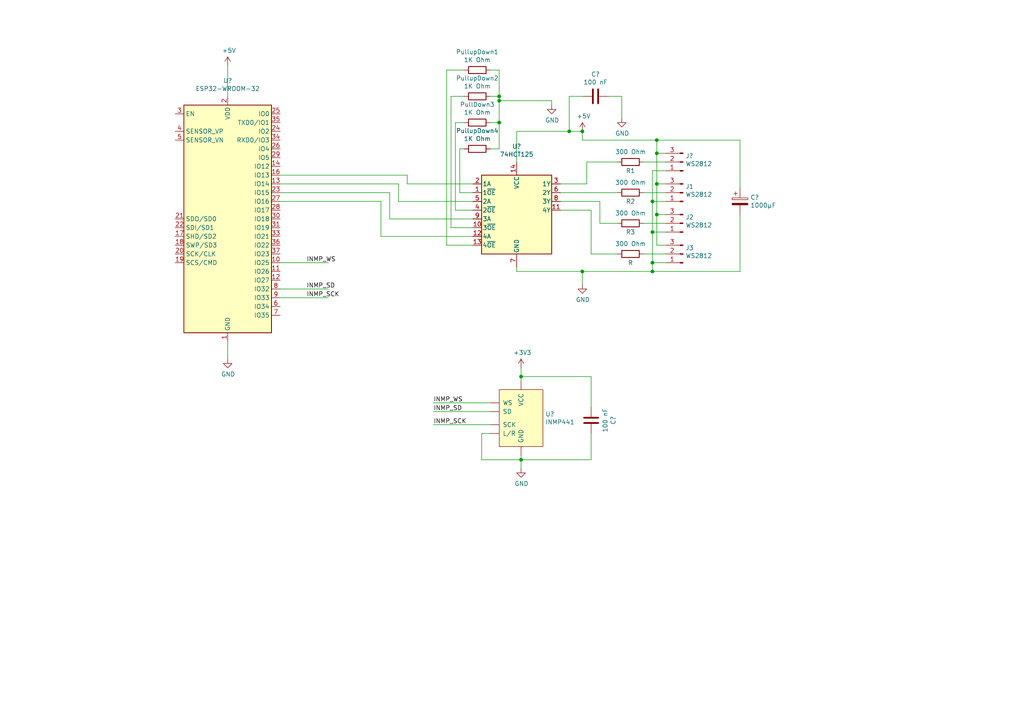
<source format=kicad_sch>
(kicad_sch (version 20231120) (generator "eeschema") (generator_version "8.0")
  (paper "A4")
  (lib_symbols
    (symbol "Device:C" (pin_numbers hide) (pin_names (offset 0.254))
      (property "Reference" "C" (at 0.635 2.54 0))
      (property "Value" "C" (at 0.635 -2.54 0))
      (symbol "C_0_1"
        (polyline (pts (xy -2.032 -0.762) (xy 2.032 -0.762)) (stroke (width 0.508)))
        (polyline (pts (xy -2.032 0.762) (xy 2.032 0.762)) (stroke (width 0.508)))
      )
      (symbol "C_1_1"
        (pin passive line (at 0 3.81 270) (length 2.794) (name "~") (number "1"))
        (pin passive line (at 0 -3.81 90) (length 2.794) (name "~") (number "2"))
      )
    )
    (symbol "Device:R" (pin_numbers hide) (pin_names (offset 0))
      (property "Reference" "R" (at 2.032 0 90))
      (property "Value" "R" (at 0 0 90))
      (symbol "R_0_1"
        (rectangle (start -1.016 -2.54) (end 1.016 2.54) (stroke (width 0.254)))
      )
      (symbol "R_1_1"
        (pin passive line (at 0 3.81 270) (length 1.27) (name "~") (number "1"))
        (pin passive line (at 0 -3.81 90) (length 1.27) (name "~") (number "2"))
      )
    )
    (symbol "RF_Module:ESP32-WROOM-32"
      (property "Reference" "U" (at -12.7 34.29 0))
      (property "Value" "ESP32-WROOM-32" (at 1.27 34.29 0))
      (symbol "ESP32-WROOM-32_0_1"
        (rectangle (start -12.7 33.02) (end 12.7 -33.02) (stroke (width 0.254)) (fill (type background)))
      )
      (symbol "ESP32-WROOM-32_1_1"
        (pin power_in line (at 0 -35.56 90) (length 2.54) (name "GND") (number "1"))
        (pin bidirectional line (at 15.24 -12.7 180) (length 2.54) (name "IO25") (number "10"))
        (pin bidirectional line (at 15.24 -15.24 180) (length 2.54) (name "IO26") (number "11"))
        (pin bidirectional line (at 15.24 -17.78 180) (length 2.54) (name "IO27") (number "12"))
        (pin bidirectional line (at 15.24 10.16 180) (length 2.54) (name "IO14") (number "13"))
        (pin bidirectional line (at 15.24 15.24 180) (length 2.54) (name "IO12") (number "14"))
        (pin passive line (at 0 -35.56 90) (length 2.54) hide (name "GND") (number "15"))
        (pin bidirectional line (at 15.24 12.7 180) (length 2.54) (name "IO13") (number "16"))
        (pin bidirectional line (at -15.24 -5.08 0) (length 2.54) (name "SHD/SD2") (number "17"))
        (pin bidirectional line (at -15.24 -7.62 0) (length 2.54) (name "SWP/SD3") (number "18"))
        (pin bidirectional line (at -15.24 -12.7 0) (length 2.54) (name "SCS/CMD") (number "19"))
        (pin power_in line (at 0 35.56 270) (length 2.54) (name "VDD") (number "2"))
        (pin bidirectional line (at -15.24 -10.16 0) (length 2.54) (name "SCK/CLK") (number "20"))
        (pin bidirectional line (at -15.24 0 0) (length 2.54) (name "SDO/SD0") (number "21"))
        (pin bidirectional line (at -15.24 -2.54 0) (length 2.54) (name "SDI/SD1") (number "22"))
        (pin bidirectional line (at 15.24 7.62 180) (length 2.54) (name "IO15") (number "23"))
        (pin bidirectional line (at 15.24 25.4 180) (length 2.54) (name "IO2") (number "24"))
        (pin bidirectional line (at 15.24 30.48 180) (length 2.54) (name "IO0") (number "25"))
        (pin bidirectional line (at 15.24 20.32 180) (length 2.54) (name "IO4") (number "26"))
        (pin bidirectional line (at 15.24 5.08 180) (length 2.54) (name "IO16") (number "27"))
        (pin bidirectional line (at 15.24 2.54 180) (length 2.54) (name "IO17") (number "28"))
        (pin bidirectional line (at 15.24 17.78 180) (length 2.54) (name "IO5") (number "29"))
        (pin input line (at -15.24 30.48 0) (length 2.54) (name "EN") (number "3"))
        (pin bidirectional line (at 15.24 0 180) (length 2.54) (name "IO18") (number "30"))
        (pin bidirectional line (at 15.24 -2.54 180) (length 2.54) (name "IO19") (number "31"))
        (pin no_connect line (at -12.7 -27.94 0) (length 2.54) hide (name "NC") (number "32"))
        (pin bidirectional line (at 15.24 -5.08 180) (length 2.54) (name "IO21") (number "33"))
        (pin bidirectional line (at 15.24 22.86 180) (length 2.54) (name "RXD0/IO3") (number "34"))
        (pin bidirectional line (at 15.24 27.94 180) (length 2.54) (name "TXD0/IO1") (number "35"))
        (pin bidirectional line (at 15.24 -7.62 180) (length 2.54) (name "IO22") (number "36"))
        (pin bidirectional line (at 15.24 -10.16 180) (length 2.54) (name "IO23") (number "37"))
        (pin passive line (at 0 -35.56 90) (length 2.54) hide (name "GND") (number "38"))
        (pin passive line (at 0 -35.56 90) (length 2.54) hide (name "GND") (number "39"))
        (pin input line (at -15.24 25.4 0) (length 2.54) (name "SENSOR_VP") (number "4"))
        (pin input line (at -15.24 22.86 0) (length 2.54) (name "SENSOR_VN") (number "5"))
        (pin input line (at 15.24 -25.4 180) (length 2.54) (name "IO34") (number "6"))
        (pin input line (at 15.24 -27.94 180) (length 2.54) (name "IO35") (number "7"))
        (pin bidirectional line (at 15.24 -20.32 180) (length 2.54) (name "IO32") (number "8"))
        (pin bidirectional line (at 15.24 -22.86 180) (length 2.54) (name "IO33") (number "9"))
      )
    )
    (symbol "jellED-rescue:+3.3V-power" (power) (pin_names (offset 0))
      (property "Value" "power_+3.3V" (at 0 3.556 0))
      (symbol "+3.3V-power_0_1"
        (polyline (pts (xy -0.762 1.27) (xy 0 2.54)))
        (polyline (pts (xy 0 0) (xy 0 2.54)))
        (polyline (pts (xy 0 2.54) (xy 0.762 1.27)))
      )
      (symbol "+3.3V-power_1_1"
        (pin power_in line (at 0 0 90) (length 0) hide (name "+3V3") (number "1"))
      )
    )
    (symbol "jellED-rescue:+5V-power" (power) (pin_names (offset 0))
      (property "Value" "power_+5V" (at 0 3.556 0))
      (symbol "+5V-power_0_1"
        (polyline (pts (xy -0.762 1.27) (xy 0 2.54)))
        (polyline (pts (xy 0 0) (xy 0 2.54)))
        (polyline (pts (xy 0 2.54) (xy 0.762 1.27)))
      )
      (symbol "+5V-power_1_1"
        (pin power_in line (at 0 0 90) (length 0) hide (name "+5V") (number "1"))
      )
    )
    (symbol "jellED-rescue:74HCT125-74hct125" (pin_names (offset 0.254))
      (property "Reference" "U" (at 2.54 15.24 0))
      (property "Value" "74hct125_74HCT125" (at -5.08 2.54 0))
      (symbol "74HCT125-74hct125_0_0"
        (pin power_in line (at 0 17.78 270) (length 3.81) (name "VCC") (number "14"))
        (pin power_in line (at 0 -12.7 90) (length 3.81) (name "GND") (number "7"))
      )
      (symbol "74HCT125-74hct125_0_1"
        (rectangle (start -10.16 13.97) (end 10.16 -8.89) (stroke (width 0.254)) (fill (type background)))
      )
      (symbol "74HCT125-74hct125_1_1"
        (pin input line (at -12.7 8.89 0) (length 2.54) (name "1~{OE}") (number "1"))
        (pin input line (at -12.7 -1.27 0) (length 2.54) (name "3~{OE}") (number "10"))
        (pin output line (at 12.7 3.81 180) (length 2.54) (name "4Y") (number "11"))
        (pin input line (at -12.7 -3.81 0) (length 2.54) (name "4A") (number "12"))
        (pin input line (at -12.7 -6.35 0) (length 2.54) (name "4~{OE}") (number "13"))
        (pin input line (at -12.7 11.43 0) (length 2.54) (name "1A") (number "2"))
        (pin output line (at 12.7 11.43 180) (length 2.54) (name "1Y") (number "3"))
        (pin input line (at -12.7 3.81 0) (length 2.54) (name "2~{OE}") (number "4"))
        (pin input line (at -12.7 6.35 0) (length 2.54) (name "2A") (number "5"))
        (pin output line (at 12.7 8.89 180) (length 2.54) (name "2Y") (number "6"))
        (pin output line (at 12.7 6.35 180) (length 2.54) (name "3Y") (number "8"))
        (pin input line (at -12.7 1.27 0) (length 2.54) (name "3A") (number "9"))
      )
    )
    (symbol "jellED-rescue:CP-Device" (pin_numbers hide) (pin_names (offset 0.254))
      (property "Reference" "C" (at 0.635 2.54 0))
      (property "Value" "Device_CP" (at 0.635 -2.54 0))
      (symbol "CP-Device_0_1"
        (rectangle (start -2.286 0.508) (end 2.286 1.016))
        (polyline (pts (xy -1.778 2.286) (xy -0.762 2.286)))
        (polyline (pts (xy -1.27 2.794) (xy -1.27 1.778)))
        (rectangle (start 2.286 -0.508) (end -2.286 -1.016) (fill (type outline)))
      )
      (symbol "CP-Device_1_1"
        (pin passive line (at 0 3.81 270) (length 2.794) (name "~") (number "1"))
        (pin passive line (at 0 -3.81 90) (length 2.794) (name "~") (number "2"))
      )
    )
    (symbol "jellED-rescue:Conn_01x03_Male-Connector" (pin_names (offset 1.016) hide)
      (property "Reference" "J" (at 0 5.08 0))
      (property "Value" "Connector_Conn_01x03_Male" (at 0 -5.08 0))
      (symbol "Conn_01x03_Male-Connector_1_1"
        (polyline (pts (xy 1.27 -2.54) (xy 0.8636 -2.54)) (stroke (width 0.1524)))
        (polyline (pts (xy 1.27 0) (xy 0.8636 0)) (stroke (width 0.1524)))
        (polyline (pts (xy 1.27 2.54) (xy 0.8636 2.54)) (stroke (width 0.1524)))
        (rectangle (start 0.8636 -2.413) (end 0 -2.667) (stroke (width 0.1524)) (fill (type outline)))
        (rectangle (start 0.8636 0.127) (end 0 -0.127) (stroke (width 0.1524)) (fill (type outline)))
        (rectangle (start 0.8636 2.667) (end 0 2.413) (stroke (width 0.1524)) (fill (type outline)))
        (pin passive line (at 5.08 2.54 180) (length 3.81) (name "Pin_1") (number "1"))
        (pin passive line (at 5.08 0 180) (length 3.81) (name "Pin_2") (number "2"))
        (pin passive line (at 5.08 -2.54 180) (length 3.81) (name "Pin_3") (number "3"))
      )
    )
    (symbol "jellED-rescue:GND-power" (power) (pin_names (offset 0))
      (property "Value" "power_GND" (at 0 -3.81 0))
      (symbol "GND-power_0_1"
        (polyline (pts (xy 0 0) (xy 0 -1.27) (xy 1.27 -1.27) (xy 0 -2.54) (xy -1.27 -1.27) (xy 0 -1.27)))
      )
      (symbol "GND-power_1_1"
        (pin power_in line (at 0 0 270) (length 0) hide (name "GND") (number "1"))
      )
    )
    (symbol "jellED-rescue:INMP441-INMP441" (pin_names (offset 1.016))
      (property "Reference" "U" (at 0 17.78 0))
      (property "Value" "INMP441_INMP441" (at 0 15.24 0))
      (symbol "INMP441-INMP441_0_1"
        (rectangle (start -6.35 7.62) (end 6.35 -8.89) (fill (type background)))
      )
      (symbol "INMP441-INMP441_1_1"
        (pin input line (at 0 -11.43 90) (length 2.54) (name "GND") (number "~"))
        (pin input line (at -8.89 -5.08 0) (length 2.54) (name "L/R") (number "~"))
        (pin input line (at -8.89 -2.54 0) (length 2.54) (name "SCK") (number "~"))
        (pin input line (at -8.89 1.27 0) (length 2.54) (name "SD") (number "~"))
        (pin input line (at 0 10.16 270) (length 2.54) (name "VCC") (number "~"))
        (pin input line (at -8.89 3.81 0) (length 2.54) (name "WS") (number "~"))
      )
    )
  )
  (junction (at 189.23 58.42))
  (junction (at 168.91 38.1))
  (junction (at 144.78 27.94))
  (junction (at 165.1 38.1))
  (junction (at 189.23 78.74))
  (junction (at 190.5 62.23))
  (junction (at 144.78 35.56))
  (junction (at 168.91 78.74))
  (junction (at 190.5 44.45))
  (junction (at 190.5 40.64))
  (junction (at 189.23 67.31))
  (junction (at 144.78 29.21))
  (junction (at 189.23 76.2))
  (junction (at 151.13 109.22))
  (junction (at 151.13 133.35))
  (junction (at 190.5 53.34))
  (wire (pts (xy 133.35 43.18) (xy 133.35 55.88)))
  (wire (pts (xy 193.04 71.12) (xy 190.5 71.12)))
  (wire (pts (xy 134.62 43.18) (xy 133.35 43.18)))
  (wire (pts (xy 149.86 78.74) (xy 168.91 78.74)))
  (wire (pts (xy 81.28 58.42) (xy 110.49 58.42)))
  (wire (pts (xy 139.7 133.35) (xy 151.13 133.35)))
  (wire (pts (xy 171.45 73.66) (xy 179.07 73.66)))
  (wire (pts (xy 130.81 66.04) (xy 130.81 27.94)))
  (wire (pts (xy 186.69 73.66) (xy 193.04 73.66)))
  (wire (pts (xy 190.5 44.45) (xy 193.04 44.45)))
  (wire (pts (xy 142.24 116.84) (xy 125.73 116.84)))
  (wire (pts (xy 149.86 38.1) (xy 165.1 38.1)))
  (wire (pts (xy 144.78 35.56) (xy 144.78 29.21)))
  (wire (pts (xy 110.49 68.58) (xy 110.49 58.42)))
  (wire (pts (xy 173.99 64.77) (xy 179.07 64.77)))
  (wire (pts (xy 151.13 110.49) (xy 151.13 109.22)))
  (wire (pts (xy 142.24 119.38) (xy 125.73 119.38)))
  (wire (pts (xy 162.56 53.34) (xy 170.18 53.34)))
  (wire (pts (xy 81.28 83.82) (xy 95.25 83.82)))
  (wire (pts (xy 162.56 60.96) (xy 171.45 60.96)))
  (wire (pts (xy 190.5 44.45) (xy 190.5 53.34)))
  (wire (pts (xy 151.13 133.35) (xy 151.13 132.08)))
  (wire (pts (xy 81.28 50.8) (xy 118.11 50.8)))
  (wire (pts (xy 142.24 43.18) (xy 144.78 43.18)))
  (wire (pts (xy 142.24 123.19) (xy 125.73 123.19)))
  (wire (pts (xy 137.16 60.96) (xy 132.08 60.96)))
  (wire (pts (xy 151.13 109.22) (xy 171.45 109.22)))
  (wire (pts (xy 144.78 27.94) (xy 144.78 20.32)))
  (wire (pts (xy 118.11 53.34) (xy 137.16 53.34)))
  (wire (pts (xy 144.78 29.21) (xy 160.02 29.21)))
  (wire (pts (xy 133.35 55.88) (xy 137.16 55.88)))
  (wire (pts (xy 81.28 86.36) (xy 95.25 86.36)))
  (wire (pts (xy 168.91 82.55) (xy 168.91 78.74)))
  (wire (pts (xy 144.78 29.21) (xy 144.78 27.94)))
  (wire (pts (xy 186.69 46.99) (xy 193.04 46.99)))
  (wire (pts (xy 171.45 109.22) (xy 171.45 118.11)))
  (wire (pts (xy 137.16 66.04) (xy 130.81 66.04)))
  (wire (pts (xy 189.23 58.42) (xy 189.23 67.31)))
  (wire (pts (xy 171.45 133.35) (xy 151.13 133.35)))
  (wire (pts (xy 142.24 27.94) (xy 144.78 27.94)))
  (wire (pts (xy 190.5 53.34) (xy 190.5 62.23)))
  (wire (pts (xy 170.18 46.99) (xy 179.07 46.99)))
  (wire (pts (xy 149.86 38.1) (xy 149.86 46.99)))
  (wire (pts (xy 132.08 35.56) (xy 134.62 35.56)))
  (wire (pts (xy 130.81 27.94) (xy 134.62 27.94)))
  (wire (pts (xy 81.28 76.2) (xy 95.25 76.2)))
  (wire (pts (xy 139.7 125.73) (xy 139.7 133.35)))
  (wire (pts (xy 165.1 38.1) (xy 165.1 27.94)))
  (wire (pts (xy 165.1 38.1) (xy 168.91 38.1)))
  (wire (pts (xy 189.23 76.2) (xy 193.04 76.2)))
  (wire (pts (xy 165.1 27.94) (xy 168.91 27.94)))
  (wire (pts (xy 151.13 135.89) (xy 151.13 133.35)))
  (wire (pts (xy 189.23 78.74) (xy 189.23 76.2)))
  (wire (pts (xy 190.5 62.23) (xy 190.5 71.12)))
  (wire (pts (xy 168.91 38.1) (xy 168.91 40.64)))
  (wire (pts (xy 160.02 29.21) (xy 160.02 30.48)))
  (wire (pts (xy 170.18 53.34) (xy 170.18 46.99)))
  (wire (pts (xy 137.16 71.12) (xy 129.54 71.12)))
  (wire (pts (xy 142.24 125.73) (xy 139.7 125.73)))
  (wire (pts (xy 176.53 27.94) (xy 180.34 27.94)))
  (wire (pts (xy 162.56 55.88) (xy 179.07 55.88)))
  (wire (pts (xy 66.04 19.05) (xy 66.04 27.94)))
  (wire (pts (xy 132.08 60.96) (xy 132.08 35.56)))
  (wire (pts (xy 173.99 58.42) (xy 173.99 64.77)))
  (wire (pts (xy 190.5 40.64) (xy 190.5 44.45)))
  (wire (pts (xy 214.63 40.64) (xy 214.63 54.61)))
  (wire (pts (xy 180.34 27.94) (xy 180.34 34.29)))
  (wire (pts (xy 129.54 20.32) (xy 134.62 20.32)))
  (wire (pts (xy 162.56 58.42) (xy 173.99 58.42)))
  (wire (pts (xy 193.04 62.23) (xy 190.5 62.23)))
  (wire (pts (xy 115.57 58.42) (xy 137.16 58.42)))
  (wire (pts (xy 113.03 55.88) (xy 113.03 63.5)))
  (wire (pts (xy 113.03 63.5) (xy 137.16 63.5)))
  (wire (pts (xy 151.13 109.22) (xy 151.13 106.68)))
  (wire (pts (xy 144.78 43.18) (xy 144.78 35.56)))
  (wire (pts (xy 149.86 77.47) (xy 149.86 78.74)))
  (wire (pts (xy 168.91 78.74) (xy 189.23 78.74)))
  (wire (pts (xy 168.91 40.64) (xy 190.5 40.64)))
  (wire (pts (xy 214.63 62.23) (xy 214.63 78.74)))
  (wire (pts (xy 110.49 68.58) (xy 137.16 68.58)))
  (wire (pts (xy 193.04 67.31) (xy 189.23 67.31)))
  (wire (pts (xy 186.69 55.88) (xy 193.04 55.88)))
  (wire (pts (xy 81.28 53.34) (xy 115.57 53.34)))
  (wire (pts (xy 129.54 71.12) (xy 129.54 20.32)))
  (wire (pts (xy 81.28 55.88) (xy 113.03 55.88)))
  (wire (pts (xy 118.11 50.8) (xy 118.11 53.34)))
  (wire (pts (xy 115.57 58.42) (xy 115.57 53.34)))
  (wire (pts (xy 190.5 40.64) (xy 214.63 40.64)))
  (wire (pts (xy 171.45 60.96) (xy 171.45 73.66)))
  (wire (pts (xy 189.23 67.31) (xy 189.23 76.2)))
  (wire (pts (xy 193.04 58.42) (xy 189.23 58.42)))
  (wire (pts (xy 214.63 78.74) (xy 189.23 78.74)))
  (wire (pts (xy 144.78 20.32) (xy 142.24 20.32)))
  (wire (pts (xy 186.69 64.77) (xy 193.04 64.77)))
  (wire (pts (xy 189.23 49.53) (xy 189.23 58.42)))
  (wire (pts (xy 142.24 35.56) (xy 144.78 35.56)))
  (wire (pts (xy 66.04 104.14) (xy 66.04 99.06)))
  (wire (pts (xy 193.04 49.53) (xy 189.23 49.53)))
  (wire (pts (xy 171.45 125.73) (xy 171.45 133.35)))
  (wire (pts (xy 193.04 53.34) (xy 190.5 53.34)))
  (label "INMP_SD" (at 88.9 83.82 0))
  (label "INMP_SD" (at 125.73 119.38 0))
  (label "INMP_SCK" (at 125.73 123.19 0))
  (label "INMP_SCK" (at 88.9 86.36 0))
  (label "INMP_WS" (at 88.9 76.2 0))
  (label "INMP_WS" (at 125.73 116.84 0))
  (symbol (lib_id "jellED-rescue:74HCT125-74hct125") (at 149.86 64.77 0) (unit 1)
    (property "Reference" "U?" (at 149.86 42.4688 0))
    (property "Value" "74HCT125" (at 149.86 44.7802 0))
  )
  (symbol (lib_id "RF_Module:ESP32-WROOM-32") (at 66.04 63.5 0) (unit 1)
    (property "Reference" "U?" (at 66.04 23.4188 0))
    (property "Value" "ESP32-WROOM-32" (at 66.04 25.7302 0))
    (property "Footprint" "RF_Module:ESP32-WROOM-32" (effects (hide yes)))
    (property "Datasheet" "https://www.espressif.com/sites/default/files/documentation/esp32-wroom-32_datasheet_en.pdf" (effects (hide yes)))
  )
  (symbol (lib_id "jellED-rescue:+5V-power") (at 66.04 19.05 0) (unit 1)
    (property "Reference" "#PWR?" (effects (hide yes)))
    (property "Value" "+5V" (at 66.421 14.6558 0))
  )
  (symbol (lib_id "jellED-rescue:GND-power") (at 66.04 104.14 0) (unit 1)
    (property "Reference" "#PWR?" (effects (hide yes)))
    (property "Value" "GND" (at 66.167 108.5342 0))
  )
  (symbol (lib_id "jellED-rescue:GND-power") (at 168.91 82.55 0) (unit 1)
    (property "Reference" "#PWR?" (effects (hide yes)))
    (property "Value" "GND" (at 169.037 86.9442 0))
  )
  (symbol (lib_id "jellED-rescue:+5V-power") (at 168.91 38.1 0) (unit 1)
    (property "Reference" "#PWR?" (effects (hide yes)))
    (property "Value" "+5V" (at 169.291 33.7058 0))
  )
  (symbol (lib_id "jellED-rescue:Conn_01x03_Male-Connector") (at 198.12 46.99 180) (unit 1)
    (property "Reference" "J?" (at 198.8312 45.212 0) (effects (justify right)))
    (property "Value" "WS2812" (at 198.8312 47.5234 0) (effects (justify right)))
  )
  (symbol (lib_id "Device:R") (at 138.43 35.56 270) (unit 1)
    (property "Reference" "PullDown3" (at 138.43 30.3022 90))
    (property "Value" "1K Ohm" (at 138.43 32.6136 90))
  )
  (symbol (lib_id "Device:C") (at 172.72 27.94 270) (unit 1)
    (property "Reference" "C?" (at 172.72 21.5392 90))
    (property "Value" "100 nF" (at 172.72 23.8506 90))
  )
  (symbol (lib_id "jellED-rescue:GND-power") (at 180.34 34.29 0) (unit 1)
    (property "Reference" "#PWR?" (effects (hide yes)))
    (property "Value" "GND" (at 180.467 38.6842 0))
  )
  (symbol (lib_id "Device:R") (at 182.88 73.66 270) (unit 1)
    (property "Reference" "R" (at 182.88 76.2 90))
    (property "Value" "300 Ohm" (at 182.88 70.7136 90))
  )
  (symbol (lib_id "jellED-rescue:CP-Device") (at 214.63 58.42 0) (unit 1)
    (property "Reference" "C?" (at 217.6272 57.2516 0) (effects (justify left)))
    (property "Value" "1000µF" (at 217.6272 59.563 0) (effects (justify left)))
  )
  (symbol (lib_name "jellED-rescue:INMP441-INMP441") (lib_id "jellED-rescue:INMP441-INMP441") (at 151.13 120.65 0) (unit 1)
    (property "Reference" "U?" (at 158.1658 120.1166 0) (effects (justify left)))
    (property "Value" "INMP441" (at 158.1658 122.428 0) (effects (justify left)))
  )
  (symbol (lib_id "jellED-rescue:GND-power") (at 151.13 135.89 0) (unit 1)
    (property "Reference" "#PWR?" (effects (hide yes)))
    (property "Value" "GND" (at 151.257 140.2842 0))
  )
  (symbol (lib_id "jellED-rescue:+3.3V-power") (at 151.13 106.68 0) (unit 1)
    (property "Reference" "#PWR?" (effects (hide yes)))
    (property "Value" "+3V3" (at 151.511 102.2858 0))
  )
  (symbol (lib_id "Device:C") (at 171.45 121.92 180) (unit 1)
    (property "Reference" "C?" (at 177.8508 121.92 90))
    (property "Value" "100 nF" (at 175.5394 121.92 90))
  )
  (symbol (lib_id "Device:R") (at 138.43 20.32 270) (unit 1)
    (property "Reference" "PullupDown1" (at 138.43 15.0622 90))
    (property "Value" "1K Ohm" (at 138.43 17.3736 90))
  )
  (symbol (lib_id "Device:R") (at 182.88 64.77 270) (unit 1)
    (property "Reference" "R3" (at 182.88 67.31 90))
    (property "Value" "300 Ohm" (at 182.88 61.8236 90))
  )
  (symbol (lib_id "jellED-rescue:Conn_01x03_Male-Connector") (at 198.12 55.88 180) (unit 1)
    (property "Reference" "J1" (at 198.8312 54.102 0) (effects (justify right)))
    (property "Value" "WS2812" (at 198.8312 56.4134 0) (effects (justify right)))
  )
  (symbol (lib_id "Device:R") (at 138.43 27.94 270) (unit 1)
    (property "Reference" "PullupDown2" (at 138.43 22.6822 90))
    (property "Value" "1K Ohm" (at 138.43 24.9936 90))
  )
  (symbol (lib_id "jellED-rescue:GND-power") (at 160.02 30.48 0) (unit 1)
    (property "Reference" "#PWR01" (effects (hide yes)))
    (property "Value" "GND" (at 160.147 34.8742 0))
  )
  (symbol (lib_id "jellED-rescue:Conn_01x03_Male-Connector") (at 198.12 64.77 180) (unit 1)
    (property "Reference" "J2" (at 198.8312 62.992 0) (effects (justify right)))
    (property "Value" "WS2812" (at 198.8312 65.3034 0) (effects (justify right)))
  )
  (symbol (lib_id "jellED-rescue:Conn_01x03_Male-Connector") (at 198.12 73.66 180) (unit 1)
    (property "Reference" "J3" (at 198.8312 71.882 0) (effects (justify right)))
    (property "Value" "WS2812" (at 198.8312 74.1934 0) (effects (justify right)))
  )
  (symbol (lib_id "Device:R") (at 182.88 55.88 270) (unit 1)
    (property "Reference" "R2" (at 182.88 58.42 90))
    (property "Value" "300 Ohm" (at 182.88 52.9336 90))
  )
  (symbol (lib_id "Device:R") (at 138.43 43.18 270) (unit 1)
    (property "Reference" "PullupDown4" (at 138.43 37.9222 90))
    (property "Value" "1K Ohm" (at 138.43 40.2336 90))
  )
  (symbol (lib_id "Device:R") (at 182.88 46.99 270) (unit 1)
    (property "Reference" "R1" (at 182.88 49.53 90))
    (property "Value" "300 Ohm" (at 182.88 44.0436 90))
  )
)
</source>
